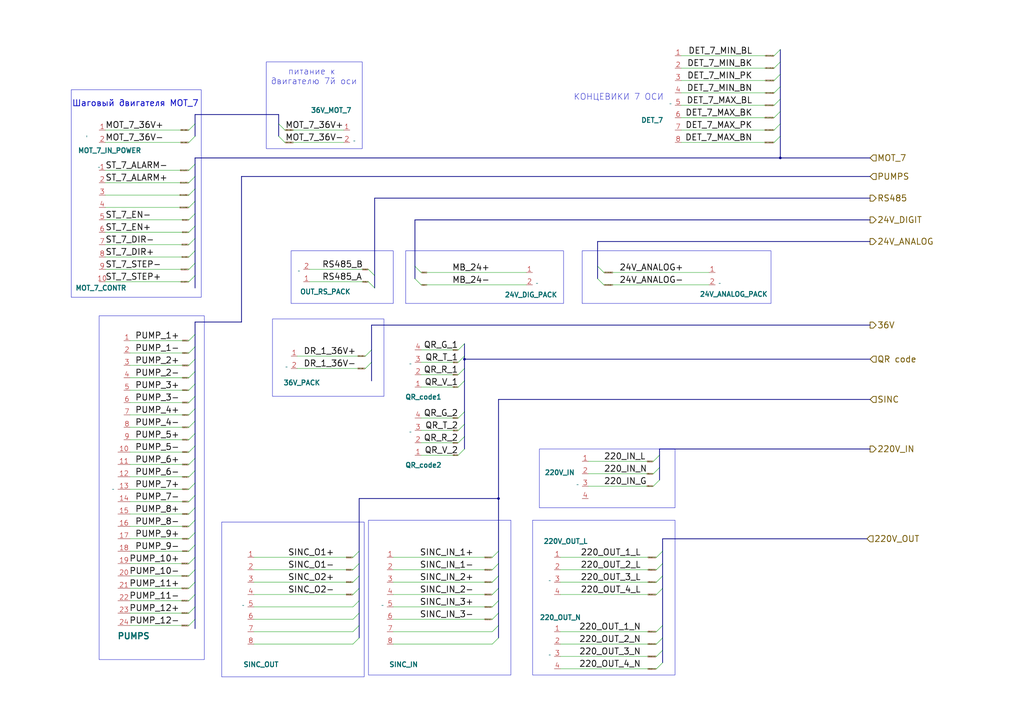
<source format=kicad_sch>
(kicad_sch (version 20250114) (generator "eeschema") (generator_version "9.0")
  (paper "A3")
  (lib_symbols
    (symbol "Conn_01x04_(wide)_2"
      (property "Reference" "J" (at 0 0 0))
      (symbol "Conn_01x04_(wide)_2_1_1"
        (pin input line (at -2.54 -5.08 0) (length 2.54) (name "") (number "1"))
        (pin input line (at -2.54 -10.16 0) (length 2.54) (name "") (number "2"))
        (pin input line (at -2.54 -15.24 0) (length 2.54) (name "") (number "3"))
        (pin input line (at -2.54 -20.32 0) (length 2.54) (name "") (number "4"))
      )
    )
    (symbol "Connector:Conn_01x02_(wide)"
      (property "Reference" "J" (at 0 0 0))
      (symbol "Conn_01x02_(wide)_1_1"
        (pin input line (at -2.54 -5.08 0) (length 2.54) (name "") (number "1"))
        (pin input line (at -2.54 -10.16 0) (length 2.54) (name "") (number "2"))
      )
    )
    (symbol "Connector:Conn_01x08_(wide)"
      (property "Reference" "J" (at 0 0 0))
      (symbol "Conn_01x08_(wide)_1_1"
        (pin input line (at -2.54 -5.08 0) (length 2.54) (name "") (number "1"))
        (pin input line (at -2.54 -10.16 0) (length 2.54) (name "") (number "2"))
        (pin input line (at -2.54 -15.24 0) (length 2.54) (name "") (number "3"))
        (pin input line (at -2.54 -20.32 0) (length 2.54) (name "") (number "4"))
        (pin input line (at -2.54 -25.4 0) (length 2.54) (name "") (number "5"))
        (pin input line (at -2.54 -30.48 0) (length 2.54) (name "") (number "6"))
        (pin input line (at -2.54 -35.56 0) (length 2.54) (name "") (number "7"))
        (pin input line (at -2.54 -40.64 0) (length 2.54) (name "") (number "8"))
      )
    )
    (symbol "Connector:Conn_01x10_(wide)"
      (property "Reference" "J" (at 0 0 0))
      (symbol "Conn_01x10_(wide)_1_1"
        (pin input line (at -2.54 -5.08 0) (length 2.54) (name "") (number "1"))
        (pin input line (at -2.54 -10.16 0) (length 2.54) (name "") (number "2"))
        (pin input line (at -2.54 -15.24 0) (length 2.54) (name "") (number "3"))
        (pin input line (at -2.54 -20.32 0) (length 2.54) (name "") (number "4"))
        (pin input line (at -2.54 -25.4 0) (length 2.54) (name "") (number "5"))
        (pin input line (at -2.54 -30.48 0) (length 2.54) (name "") (number "6"))
        (pin input line (at -2.54 -35.56 0) (length 2.54) (name "") (number "7"))
        (pin input line (at -2.54 -40.64 0) (length 2.54) (name "") (number "8"))
        (pin input line (at -2.54 -45.72 0) (length 2.54) (name "") (number "9"))
        (pin input line (at -2.54 -50.8 0) (length 2.54) (name "") (number "10"))
      )
    )
    (symbol "Connector:Conn_01x24_(wide)"
      (property "Reference" "J" (at 0 2.286 0))
      (symbol "Conn_01x24_(wide)_1_1"
        (pin input line (at 0 -3.81 0) (length 2.54) (name "") (number "1"))
        (pin input line (at 0 -8.89 0) (length 2.54) (name "") (number "2"))
        (pin input line (at 0 -13.97 0) (length 2.54) (name "") (number "3"))
        (pin input line (at 0 -19.05 0) (length 2.54) (name "") (number "4"))
        (pin input line (at 0 -24.13 0) (length 2.54) (name "") (number "5"))
        (pin input line (at 0 -29.21 0) (length 2.54) (name "") (number "6"))
        (pin input line (at 0 -34.29 0) (length 2.54) (name "") (number "7"))
        (pin input line (at 0 -39.37 0) (length 2.54) (name "") (number "8"))
        (pin input line (at 0 -44.45 0) (length 2.54) (name "") (number "9"))
        (pin input line (at 0 -49.53 0) (length 5) (name "") (number "10"))
        (pin input line (at 0 -54.61 0) (length 5) (name "") (number "11"))
        (pin input line (at 0 -59.69 0) (length 5) (name "") (number "12"))
        (pin input line (at 0 -64.77 0) (length 5) (name "") (number "13"))
        (pin input line (at 0 -69.85 0) (length 5) (name "") (number "14"))
        (pin input line (at 0 -74.93 0) (length 5) (name "") (number "15"))
        (pin input line (at 0 -80.01 0) (length 5) (name "") (number "16"))
        (pin input line (at 0 -85.09 0) (length 5) (name "") (number "17"))
        (pin input line (at 0 -90.17 0) (length 5) (name "") (number "18"))
        (pin input line (at 0 -95.25 0) (length 5) (name "") (number "19"))
        (pin input line (at 0 -100.33 0) (length 5) (name "") (number "20"))
        (pin input line (at 0 -105.41 0) (length 5) (name "") (number "21"))
        (pin input line (at 0 -110.49 0) (length 5) (name "") (number "22"))
        (pin input line (at 0 -115.57 0) (length 5) (name "") (number "23"))
        (pin input line (at 0 -120.65 0) (length 5) (name "") (number "24"))
      )
    )
  )
  (rectangle (start 119.38 102.87) (end 161.29 124.46))
  (rectangle (start 90.932 214.122) (end 149.352 277.622))
  (rectangle (start 166.37 102.87) (end 231.14 124.46))
  (rectangle (start 29.21 36.83) (end 82.55 121.92))
  (rectangle (start 151.13 213.36) (end 209.55 276.86))
  (rectangle (start 109.22 25.4) (end 148.59 60.96))
  (rectangle (start 40.64 129.54) (end 83.82 270.51))
  (rectangle (start 111.76 130.81) (end 157.48 162.56))
  (rectangle (start 221.234 184.15) (end 276.86 208.28))
  (rectangle (start 238.76 102.87) (end 316.23 124.46))
  (rectangle (start 218.44 213.36) (end 276.86 276.86))
  (text "КОНЦЕВИКИ 7 ОСИ" (at 253.746 39.878 0) (effects (font (size 2.5 2.5))))
  (text "питание к \nдвигателю 7й оси" (at 128.778 31.496 0) (effects (font (size 2.5 2.5))))
  (text "Шаговый двигателя MOT_7" (at 29.464 43.942 0) (effects (font (size 2.5 2.5) (thickness 0.3125)) (justify left bottom)))
  (junction (at 204.47 204.47))
  (junction (at 190.5 147.32))
  (junction (at 320.04 64.77))
  (bus_entry (at 80.01 254) (size -2.54 2.54))
  (bus_entry (at 114.3 55.88) (size 2.54 2.54))
  (bus_entry (at 320.04 20.32) (size -2.54 2.54))
  (bus_entry (at 80.01 228.6) (size -2.54 2.54))
  (bus_entry (at 320.04 35.56) (size -2.54 2.54))
  (bus_entry (at 80.01 248.92) (size -2.54 2.54))
  (bus_entry (at 320.04 45.72) (size -2.54 2.54))
  (bus_entry (at 190.5 151.13) (size -2.54 2.54))
  (bus_entry (at 269.24 243.84) (size 2.54 -2.54))
  (bus_entry (at 201.93 228.6) (size 2.54 -2.54))
  (bus_entry (at 80.01 142.24) (size -2.54 2.54))
  (bus_entry (at 153.67 113.03) (size -2.54 -2.54))
  (bus_entry (at 144.78 243.84) (size 2.54 -2.54))
  (bus_entry (at 201.93 259.08) (size 2.54 -2.54))
  (bus_entry (at 270.51 191.77) (size -2.54 2.54))
  (bus_entry (at 201.93 233.68) (size 2.54 -2.54))
  (bus_entry (at 144.78 264.16) (size 2.54 -2.54))
  (bus_entry (at 144.78 254) (size 2.54 -2.54))
  (bus_entry (at 80.01 193.04) (size -2.54 2.54))
  (bus_entry (at 80.01 147.32) (size -2.54 2.54))
  (bus_entry (at 320.04 50.8) (size -2.54 2.54))
  (bus_entry (at 320.04 25.4) (size -2.54 2.54))
  (bus_entry (at 80.01 198.12) (size -2.54 2.54))
  (bus_entry (at 80.01 87.63) (size -2.54 2.54))
  (bus_entry (at 80.01 203.2) (size -2.54 2.54))
  (bus_entry (at 144.78 238.76) (size 2.54 -2.54))
  (bus_entry (at 80.01 82.55) (size -2.54 2.54))
  (bus_entry (at 80.01 187.96) (size -2.54 2.54))
  (bus_entry (at 80.01 243.84) (size -2.54 2.54))
  (bus_entry (at 320.04 55.88) (size -2.54 2.54))
  (bus_entry (at 80.01 238.76) (size -2.54 2.54))
  (bus_entry (at 80.01 55.88) (size -2.54 2.54))
  (bus_entry (at 144.78 259.08) (size 2.54 -2.54))
  (bus_entry (at 269.24 238.76) (size 2.54 -2.54))
  (bus_entry (at 80.01 102.87) (size -2.54 2.54))
  (bus_entry (at 269.24 233.68) (size 2.54 -2.54))
  (bus_entry (at 80.01 50.8) (size -2.54 2.54))
  (bus_entry (at 269.24 259.08) (size 2.54 -2.54))
  (bus_entry (at 80.01 72.39) (size -2.54 2.54))
  (bus_entry (at 201.93 248.92) (size 2.54 -2.54))
  (bus_entry (at 245.11 114.3) (size 2.54 2.54))
  (bus_entry (at 80.01 213.36) (size -2.54 2.54))
  (bus_entry (at 144.78 228.6) (size 2.54 -2.54))
  (bus_entry (at 80.01 218.44) (size -2.54 2.54))
  (bus_entry (at 320.04 40.64) (size -2.54 2.54))
  (bus_entry (at 80.01 162.56) (size -2.54 2.54))
  (bus_entry (at 80.01 77.47) (size -2.54 2.54))
  (bus_entry (at 80.01 92.71) (size -2.54 2.54))
  (bus_entry (at 170.18 114.3) (size 2.54 2.54))
  (bus_entry (at 80.01 67.31) (size -2.54 2.54))
  (bus_entry (at 80.01 172.72) (size -2.54 2.54))
  (bus_entry (at 80.01 137.16) (size -2.54 2.54))
  (bus_entry (at 269.24 269.24) (size 2.54 -2.54))
  (bus_entry (at 80.01 182.88) (size -2.54 2.54))
  (bus_entry (at 190.5 156.21) (size -2.54 2.54))
  (bus_entry (at 201.93 238.76) (size 2.54 -2.54))
  (bus_entry (at 80.01 177.8) (size -2.54 2.54))
  (bus_entry (at 190.5 179.07) (size -2.54 2.54))
  (bus_entry (at 201.93 264.16) (size 2.54 -2.54))
  (bus_entry (at 170.18 109.22) (size 2.54 2.54))
  (bus_entry (at 144.78 233.68) (size 2.54 -2.54))
  (bus_entry (at 80.01 97.79) (size -2.54 2.54))
  (bus_entry (at 270.51 196.85) (size -2.54 2.54))
  (bus_entry (at 190.5 168.91) (size -2.54 2.54))
  (bus_entry (at 80.01 113.03) (size -2.54 2.54))
  (bus_entry (at 153.67 118.11) (size -2.54 -2.54))
  (bus_entry (at 80.01 223.52) (size -2.54 2.54))
  (bus_entry (at 320.04 30.48) (size -2.54 2.54))
  (bus_entry (at 269.24 264.16) (size 2.54 -2.54))
  (bus_entry (at 114.3 50.8) (size 2.54 2.54))
  (bus_entry (at 201.93 243.84) (size 2.54 -2.54))
  (bus_entry (at 190.5 140.97) (size -2.54 2.54))
  (bus_entry (at 80.01 157.48) (size -2.54 2.54))
  (bus_entry (at 80.01 167.64) (size -2.54 2.54))
  (bus_entry (at 190.5 173.99) (size -2.54 2.54))
  (bus_entry (at 190.5 146.05) (size -2.54 2.54))
  (bus_entry (at 190.5 184.15) (size -2.54 2.54))
  (bus_entry (at 270.51 186.69) (size -2.54 2.54))
  (bus_entry (at 201.93 254) (size 2.54 -2.54))
  (bus_entry (at 269.24 274.32) (size 2.54 -2.54))
  (bus_entry (at 80.01 152.4) (size -2.54 2.54))
  (bus_entry (at 144.78 248.92) (size 2.54 -2.54))
  (bus_entry (at 80.01 107.95) (size -2.54 2.54))
  (bus_entry (at 152.4 148.59) (size -2.54 2.54))
  (bus_entry (at 80.01 233.68) (size -2.54 2.54))
  (bus_entry (at 245.11 109.22) (size 2.54 2.54))
  (bus_entry (at 269.24 228.6) (size 2.54 -2.54))
  (bus_entry (at 80.01 208.28) (size -2.54 2.54))
  (bus_entry (at 152.4 143.51) (size -2.54 2.54))
  (bus (pts (xy 80.01 182.88) (xy 80.01 187.96)))
  (bus (pts (xy 80.01 208.28) (xy 80.01 213.36)))
  (bus (pts (xy 80.01 92.71) (xy 80.01 97.79)))
  (bus (pts (xy 245.11 99.06) (xy 356.87 99.06)))
  (wire (pts (xy 229.87 269.24) (xy 269.24 269.24)))
  (wire (pts (xy 317.5 53.34) (xy 279.4 53.34)))
  (wire (pts (xy 161.29 254) (xy 201.93 254)))
  (bus (pts (xy 190.5 168.91) (xy 190.5 173.99)))
  (bus (pts (xy 245.11 109.22) (xy 245.11 114.3)))
  (wire (pts (xy 77.47 256.54) (xy 53.34 256.54)))
  (wire (pts (xy 77.47 200.66) (xy 53.34 200.66)))
  (bus (pts (xy 80.01 132.08) (xy 99.06 132.08)))
  (bus (pts (xy 80.01 77.47) (xy 80.01 82.55)))
  (bus (pts (xy 153.67 118.11) (xy 153.67 113.03)))
  (wire (pts (xy 77.47 215.9) (xy 53.34 215.9)))
  (wire (pts (xy 267.97 194.31) (xy 241.3 194.31)))
  (bus (pts (xy 270.51 191.77) (xy 270.51 196.85)))
  (bus (pts (xy 80.01 82.55) (xy 80.01 87.63)))
  (bus (pts (xy 320.04 64.77) (xy 356.87 64.77)))
  (wire (pts (xy 187.96 171.45) (xy 172.72 171.45)))
  (bus (pts (xy 80.01 64.77) (xy 320.04 64.77)))
  (wire (pts (xy 77.47 241.3) (xy 53.34 241.3)))
  (wire (pts (xy 104.14 254) (xy 144.78 254)))
  (wire (pts (xy 77.47 95.25) (xy 43.18 95.25)))
  (wire (pts (xy 77.47 226.06) (xy 53.34 226.06)))
  (wire (pts (xy 187.96 158.75) (xy 172.72 158.75)))
  (bus (pts (xy 356.87 147.32) (xy 190.5 147.32)))
  (wire (pts (xy 187.96 181.61) (xy 172.72 181.61)))
  (bus (pts (xy 153.67 81.28) (xy 356.87 81.28)))
  (wire (pts (xy 77.47 144.78) (xy 53.34 144.78)))
  (wire (pts (xy 229.87 228.6) (xy 269.24 228.6)))
  (wire (pts (xy 247.65 111.76) (xy 290.83 111.76)))
  (bus (pts (xy 80.01 243.84) (xy 80.01 248.92)))
  (wire (pts (xy 151.13 110.49) (xy 127 110.49)))
  (bus (pts (xy 80.01 167.64) (xy 80.01 172.72)))
  (bus (pts (xy 80.01 187.96) (xy 80.01 193.04)))
  (wire (pts (xy 149.86 146.05) (xy 121.92 146.05)))
  (wire (pts (xy 187.96 148.59) (xy 172.72 148.59)))
  (wire (pts (xy 279.4 38.1) (xy 317.5 38.1)))
  (bus (pts (xy 147.32 241.3) (xy 147.32 246.38)))
  (wire (pts (xy 229.87 264.16) (xy 269.24 264.16)))
  (bus (pts (xy 320.04 40.64) (xy 320.04 45.72)))
  (wire (pts (xy 267.97 199.39) (xy 241.3 199.39)))
  (wire (pts (xy 267.97 189.23) (xy 241.3 189.23)))
  (wire (pts (xy 229.87 238.76) (xy 269.24 238.76)))
  (wire (pts (xy 43.18 80.01) (xy 77.47 80.01)))
  (wire (pts (xy 77.47 236.22) (xy 53.34 236.22)))
  (wire (pts (xy 77.47 170.18) (xy 53.34 170.18)))
  (wire (pts (xy 279.4 33.02) (xy 317.5 33.02)))
  (wire (pts (xy 104.14 228.6) (xy 144.78 228.6)))
  (bus (pts (xy 114.3 50.8) (xy 114.3 55.88)))
  (wire (pts (xy 317.5 43.18) (xy 279.4 43.18)))
  (bus (pts (xy 170.18 109.22) (xy 170.18 114.3)))
  (wire (pts (xy 77.47 149.86) (xy 53.34 149.86)))
  (bus (pts (xy 152.4 143.51) (xy 152.4 148.59)))
  (bus (pts (xy 270.51 186.69) (xy 270.51 191.77)))
  (bus (pts (xy 80.01 137.16) (xy 80.01 142.24)))
  (wire (pts (xy 77.47 185.42) (xy 53.34 185.42)))
  (wire (pts (xy 161.29 238.76) (xy 201.93 238.76)))
  (bus (pts (xy 80.01 233.68) (xy 80.01 238.76)))
  (bus (pts (xy 80.01 152.4) (xy 80.01 157.48)))
  (wire (pts (xy 104.14 238.76) (xy 144.78 238.76)))
  (bus (pts (xy 80.01 228.6) (xy 80.01 233.68)))
  (bus (pts (xy 80.01 46.99) (xy 114.3 46.99)))
  (wire (pts (xy 77.47 190.5) (xy 53.34 190.5)))
  (bus (pts (xy 80.01 147.32) (xy 80.01 152.4)))
  (wire (pts (xy 187.96 143.51) (xy 172.72 143.51)))
  (wire (pts (xy 172.72 116.84) (xy 215.9 116.84)))
  (wire (pts (xy 77.47 251.46) (xy 53.34 251.46)))
  (wire (pts (xy 77.47 165.1) (xy 53.34 165.1)))
  (bus (pts (xy 153.67 81.28) (xy 153.67 113.03)))
  (wire (pts (xy 229.87 259.08) (xy 269.24 259.08)))
  (wire (pts (xy 187.96 186.69) (xy 172.72 186.69)))
  (wire (pts (xy 77.47 115.57) (xy 43.18 115.57)))
  (wire (pts (xy 229.87 243.84) (xy 269.24 243.84)))
  (bus (pts (xy 204.47 251.46) (xy 204.47 256.54)))
  (wire (pts (xy 77.47 231.14) (xy 53.34 231.14)))
  (bus (pts (xy 80.01 198.12) (xy 80.01 203.2)))
  (bus (pts (xy 99.06 72.39) (xy 356.87 72.39)))
  (bus (pts (xy 80.01 50.8) (xy 80.01 46.99)))
  (bus (pts (xy 204.47 241.3) (xy 204.47 246.38)))
  (bus (pts (xy 271.78 231.14) (xy 271.78 236.22)))
  (bus (pts (xy 190.5 147.32) (xy 190.5 151.13)))
  (bus (pts (xy 99.06 132.08) (xy 99.06 72.39)))
  (bus (pts (xy 270.51 184.15) (xy 270.51 186.69)))
  (wire (pts (xy 104.14 243.84) (xy 144.78 243.84)))
  (bus (pts (xy 80.01 50.8) (xy 80.01 55.88)))
  (bus (pts (xy 271.78 226.06) (xy 271.78 231.14)))
  (wire (pts (xy 43.18 69.85) (xy 77.47 69.85)))
  (bus (pts (xy 80.01 113.03) (xy 80.01 118.11)))
  (wire (pts (xy 77.47 175.26) (xy 53.34 175.26)))
  (bus (pts (xy 190.5 147.32) (xy 190.5 146.05)))
  (wire (pts (xy 77.47 105.41) (xy 43.18 105.41)))
  (bus (pts (xy 190.5 140.97) (xy 190.5 146.05)))
  (wire (pts (xy 279.4 27.94) (xy 317.5 27.94)))
  (wire (pts (xy 151.13 115.57) (xy 127 115.57)))
  (wire (pts (xy 77.47 53.34) (xy 43.18 53.34)))
  (wire (pts (xy 317.5 58.42) (xy 279.4 58.42)))
  (bus (pts (xy 271.78 256.54) (xy 271.78 261.62)))
  (bus (pts (xy 204.47 256.54) (xy 204.47 261.62)))
  (wire (pts (xy 77.47 90.17) (xy 43.18 90.17)))
  (bus (pts (xy 190.5 151.13) (xy 190.5 156.21)))
  (bus (pts (xy 147.32 231.14) (xy 147.32 236.22)))
  (wire (pts (xy 229.87 274.32) (xy 269.24 274.32)))
  (bus (pts (xy 320.04 20.32) (xy 320.04 25.4)))
  (wire (pts (xy 104.14 248.92) (xy 144.78 248.92)))
  (bus (pts (xy 80.01 248.92) (xy 80.01 254)))
  (bus (pts (xy 204.47 163.83) (xy 204.47 204.47)))
  (wire (pts (xy 77.47 160.02) (xy 53.34 160.02)))
  (bus (pts (xy 204.47 163.83) (xy 356.87 163.83)))
  (bus (pts (xy 204.47 226.06) (xy 204.47 231.14)))
  (bus (pts (xy 80.01 157.48) (xy 80.01 162.56)))
  (bus (pts (xy 204.47 246.38) (xy 204.47 251.46)))
  (wire (pts (xy 116.84 58.42) (xy 140.97 58.42)))
  (wire (pts (xy 77.47 210.82) (xy 53.34 210.82)))
  (wire (pts (xy 247.65 116.84) (xy 290.83 116.84)))
  (wire (pts (xy 161.29 248.92) (xy 201.93 248.92)))
  (wire (pts (xy 116.84 53.34) (xy 140.97 53.34)))
  (wire (pts (xy 77.47 58.42) (xy 43.18 58.42)))
  (bus (pts (xy 80.01 142.24) (xy 80.01 147.32)))
  (wire (pts (xy 77.47 100.33) (xy 43.18 100.33)))
  (wire (pts (xy 229.87 233.68) (xy 269.24 233.68)))
  (bus (pts (xy 80.01 238.76) (xy 80.01 243.84)))
  (bus (pts (xy 80.01 67.31) (xy 80.01 72.39)))
  (bus (pts (xy 320.04 50.8) (xy 320.04 55.88)))
  (bus (pts (xy 152.4 133.35) (xy 356.87 133.35)))
  (bus (pts (xy 204.47 231.14) (xy 204.47 236.22)))
  (bus (pts (xy 271.78 220.98) (xy 355.6 220.98)))
  (wire (pts (xy 77.47 205.74) (xy 53.34 205.74)))
  (wire (pts (xy 77.47 110.49) (xy 43.18 110.49)))
  (wire (pts (xy 77.47 195.58) (xy 53.34 195.58)))
  (bus (pts (xy 147.32 251.46) (xy 147.32 256.54)))
  (bus (pts (xy 204.47 204.47) (xy 204.47 226.06)))
  (wire (pts (xy 43.18 74.93) (xy 77.47 74.93)))
  (wire (pts (xy 149.86 151.13) (xy 121.92 151.13)))
  (wire (pts (xy 43.18 85.09) (xy 77.47 85.09)))
  (wire (pts (xy 279.4 22.86) (xy 317.5 22.86)))
  (bus (pts (xy 80.01 254) (xy 80.01 257.81)))
  (bus (pts (xy 320.04 35.56) (xy 320.04 40.64)))
  (bus (pts (xy 80.01 218.44) (xy 80.01 223.52)))
  (bus (pts (xy 80.01 177.8) (xy 80.01 182.88)))
  (bus (pts (xy 147.32 246.38) (xy 147.32 251.46)))
  (wire (pts (xy 161.29 243.84) (xy 201.93 243.84)))
  (bus (pts (xy 271.78 236.22) (xy 271.78 241.3)))
  (bus (pts (xy 80.01 107.95) (xy 80.01 113.03)))
  (wire (pts (xy 161.29 228.6) (xy 201.93 228.6)))
  (bus (pts (xy 80.01 102.87) (xy 80.01 107.95)))
  (bus (pts (xy 80.01 172.72) (xy 80.01 177.8)))
  (bus (pts (xy 190.5 173.99) (xy 190.5 179.07)))
  (bus (pts (xy 152.4 133.35) (xy 152.4 143.51)))
  (bus (pts (xy 270.51 184.15) (xy 356.87 184.15)))
  (bus (pts (xy 114.3 46.99) (xy 114.3 50.8)))
  (wire (pts (xy 172.72 111.76) (xy 215.9 111.76)))
  (bus (pts (xy 80.01 213.36) (xy 80.01 218.44)))
  (bus (pts (xy 80.01 162.56) (xy 80.01 167.64)))
  (bus (pts (xy 320.04 25.4) (xy 320.04 30.48)))
  (bus (pts (xy 80.01 137.16) (xy 80.01 132.08)))
  (wire (pts (xy 187.96 176.53) (xy 172.72 176.53)))
  (bus (pts (xy 80.01 97.79) (xy 80.01 102.87)))
  (bus (pts (xy 80.01 203.2) (xy 80.01 208.28)))
  (wire (pts (xy 161.29 233.68) (xy 201.93 233.68)))
  (bus (pts (xy 170.18 90.17) (xy 356.87 90.17)))
  (wire (pts (xy 77.47 154.94) (xy 53.34 154.94)))
  (bus (pts (xy 271.78 220.98) (xy 271.78 226.06)))
  (wire (pts (xy 104.14 259.08) (xy 144.78 259.08)))
  (bus (pts (xy 320.04 45.72) (xy 320.04 50.8)))
  (bus (pts (xy 320.04 30.48) (xy 320.04 35.56)))
  (bus (pts (xy 80.01 72.39) (xy 80.01 77.47)))
  (bus (pts (xy 271.78 241.3) (xy 271.78 256.54)))
  (bus (pts (xy 147.32 204.47) (xy 147.32 226.06)))
  (bus (pts (xy 190.5 179.07) (xy 190.5 184.15)))
  (bus (pts (xy 80.01 87.63) (xy 80.01 92.71)))
  (wire (pts (xy 317.5 48.26) (xy 279.4 48.26)))
  (bus (pts (xy 152.4 148.59) (xy 152.4 156.21)))
  (bus (pts (xy 271.78 261.62) (xy 271.78 266.7)))
  (wire (pts (xy 77.47 180.34) (xy 53.34 180.34)))
  (wire (pts (xy 77.47 246.38) (xy 53.34 246.38)))
  (bus (pts (xy 80.01 193.04) (xy 80.01 198.12)))
  (wire (pts (xy 104.14 233.68) (xy 144.78 233.68)))
  (bus (pts (xy 190.5 156.21) (xy 190.5 168.91)))
  (bus (pts (xy 204.47 204.47) (xy 147.32 204.47)))
  (bus (pts (xy 147.32 226.06) (xy 147.32 231.14)))
  (wire (pts (xy 161.29 264.16) (xy 201.93 264.16)))
  (bus (pts (xy 80.01 64.77) (xy 80.01 67.31)))
  (bus (pts (xy 320.04 55.88) (xy 320.04 64.77)))
  (wire (pts (xy 77.47 220.98) (xy 53.34 220.98)))
  (wire (pts (xy 104.14 264.16) (xy 144.78 264.16)))
  (bus (pts (xy 170.18 90.17) (xy 170.18 109.22)))
  (wire (pts (xy 187.96 153.67) (xy 172.72 153.67)))
  (bus (pts (xy 147.32 256.54) (xy 147.32 261.62)))
  (bus (pts (xy 147.32 236.22) (xy 147.32 241.3)))
  (bus (pts (xy 80.01 223.52) (xy 80.01 228.6)))
  (wire (pts (xy 161.29 259.08) (xy 201.93 259.08)))
  (bus (pts (xy 245.11 109.22) (xy 245.11 99.06)))
  (bus (pts (xy 204.47 236.22) (xy 204.47 241.3)))
  (bus (pts (xy 271.78 266.7) (xy 271.78 271.78)))
  (wire (pts (xy 77.47 139.7) (xy 53.34 139.7)))
  (label "220_OUT_2_L" (at 262.89 233.68 180) (effects (font (size 2.5 2.5) (thickness 0.3125))))
  (label "ST_7_EN-" (at 43.18 90.17 0) (effects (font (size 2.5 2.5) (thickness 0.3125))))
  (label "PUMP_2+" (at 73.66 149.86 180) (effects (font (size 2.5 2.5) (thickness 0.3125))))
  (label "ST_7_EN+" (at 43.18 95.25 0) (effects (font (size 2.5 2.5) (thickness 0.3125))))
  (label "DET_7_MAX_BK" (at 308.61 48.26 180) (effects (font (size 2.5 2.5) (thickness 0.3125))))
  (label "PUMP_4-" (at 73.66 175.26 180) (effects (font (size 2.5 2.5) (thickness 0.3125))))
  (label "QR_G_1" (at 187.96 143.51 180) (effects (font (size 2.5 2.5) (thickness 0.3125))))
  (label "PUMP_11+" (at 73.66 241.3 180) (effects (font (size 2.5 2.5) (thickness 0.3125))))
  (label "DET_7_MIN_PK" (at 308.61 33.02 180) (effects (font (size 2.5 2.5) (thickness 0.3125))))
  (label "PUMP_6-" (at 73.66 195.58 180) (effects (font (size 2.5 2.5) (thickness 0.3125))))
  (label "DET_7_MAX_PK" (at 308.61 53.34 180) (effects (font (size 2.5 2.5) (thickness 0.3125))))
  (label "QR_G_2" (at 187.96 171.45 180) (effects (font (size 2.5 2.5) (thickness 0.3125))))
  (label "PUMP_2-" (at 73.66 154.94 180) (effects (font (size 2.5 2.5) (thickness 0.3125))))
  (label "220_OUT_3_N" (at 262.89 269.24 180) (effects (font (size 2.5 2.5) (thickness 0.3125))))
  (label "220_OUT_1_N" (at 262.89 259.08 180) (effects (font (size 2.5 2.5) (thickness 0.3125))))
  (label "QR_V_1" (at 187.96 158.75 180) (effects (font (size 2.5 2.5) (thickness 0.3125))))
  (label "DET_7_MAX_BN" (at 308.61 58.42 180) (effects (font (size 2.5 2.5) (thickness 0.3125))))
  (label "220_IN_G" (at 247.65 199.39 0) (effects (font (size 2.5 2.5) (thickness 0.3125))))
  (label "PUMP_1+" (at 73.66 139.7 180) (effects (font (size 2.5 2.5) (thickness 0.3125))))
  (label "SINC_O2-" (at 137.16 243.84 180) (effects (font (size 2.5 2.5) (thickness 0.3125))))
  (label "220_OUT_4_N" (at 262.89 274.32 180) (effects (font (size 2.5 2.5) (thickness 0.3125))))
  (label "ST_7_STEP-" (at 43.18 110.49 0) (effects (font (size 2.5 2.5) (thickness 0.3125))))
  (label "PUMP_7+" (at 73.66 200.66 180) (effects (font (size 2.5 2.5) (thickness 0.3125))))
  (label "MOT_7_36V+" (at 140.97 53.34 180) (effects (font (size 2.5 2.5) (thickness 0.3125))))
  (label "PUMP_5-" (at 73.66 185.42 180) (effects (font (size 2.5 2.5) (thickness 0.3125))))
  (label "ST_7_ALARM-" (at 43.18 69.85 0) (effects (font (size 2.5 2.5) (thickness 0.3125))))
  (label "PUMP_9-" (at 73.66 226.06 180) (effects (font (size 2.5 2.5) (thickness 0.3125))))
  (label "PUMP_4+" (at 73.66 170.18 180) (effects (font (size 2.5 2.5) (thickness 0.3125))))
  (label "PUMP_8+" (at 73.66 210.82 180) (effects (font (size 2.5 2.5) (thickness 0.3125))))
  (label "MB_24-" (at 185.42 116.84 0) (effects (font (size 2.5 2.5) (thickness 0.3125))))
  (label "ST_7_ALARM+" (at 43.18 74.93 0) (effects (font (size 2.5 2.5) (thickness 0.3125))))
  (label "PUMP_8-" (at 73.66 215.9 180) (effects (font (size 2.5 2.5) (thickness 0.3125))))
  (label "ST_7_DIR-" (at 43.18 100.33 0) (effects (font (size 2.5 2.5) (thickness 0.3125))))
  (label "220_OUT_1_L" (at 262.89 228.6 180) (effects (font (size 2.5 2.5) (thickness 0.3125))))
  (label "220_OUT_4_L" (at 262.89 243.84 180) (effects (font (size 2.5 2.5) (thickness 0.3125))))
  (label "PUMP_10+" (at 73.66 231.14 180) (effects (font (size 2.5 2.5) (thickness 0.3125))))
  (label "24V_ANALOG-" (at 254 116.84 0) (effects (font (size 2.5 2.5) (thickness 0.3125))))
  (label "220_OUT_2_N" (at 262.89 264.16 180) (effects (font (size 2.5 2.5) (thickness 0.3125))))
  (label "PUMP_3-" (at 73.66 165.1 180) (effects (font (size 2.5 2.5) (thickness 0.3125))))
  (label "DR_1_36V-" (at 146.05 151.13 180) (effects (font (size 2.5 2.5) (thickness 0.3125))))
  (label "PUMP_9+" (at 73.66 220.98 180) (effects (font (size 2.5 2.5) (thickness 0.3125))))
  (label "DR_1_36V+" (at 146.05 146.05 180) (effects (font (size 2.5 2.5) (thickness 0.3125))))
  (label "MB_24+" (at 185.42 111.76 0) (effects (font (size 2.5 2.5) (thickness 0.3125))))
  (label "DET_7_MIN_BL" (at 308.61 22.86 180) (effects (font (size 2.5 2.5) (thickness 0.3125))))
  (label "PUMP_7-" (at 73.66 205.74 180) (effects (font (size 2.5 2.5) (thickness 0.3125))))
  (label "DET_7_MIN_BN" (at 308.61 38.1 180) (effects (font (size 2.5 2.5) (thickness 0.3125))))
  (label "24V_ANALOG+" (at 254 111.76 0) (effects (font (size 2.5 2.5) (thickness 0.3125))))
  (label "PUMP_1-" (at 73.66 144.78 180) (effects (font (size 2.5 2.5) (thickness 0.3125))))
  (label "QR_V_2" (at 187.96 186.69 180) (effects (font (size 2.5 2.5) (thickness 0.3125))))
  (label "MOT_7_36V-" (at 140.97 58.42 180) (effects (font (size 2.5 2.5) (thickness 0.3125))))
  (label "PUMP_6+" (at 73.66 190.5 180) (effects (font (size 2.5 2.5) (thickness 0.3125))))
  (label "PUMP_12+" (at 73.66 251.46 180) (effects (font (size 2.5 2.5) (thickness 0.3125))))
  (label "RS485_B" (at 132.08 110.49 0) (effects (font (size 2.5 2.5) (thickness 0.3125))))
  (label "QR_T_2" (at 187.96 176.53 180) (effects (font (size 2.5 2.5) (thickness 0.3125))))
  (label "220_IN_N" (at 247.65 194.31 0) (effects (font (size 2.5 2.5) (thickness 0.3125))))
  (label "PUMP_11-" (at 73.66 246.38 180) (effects (font (size 2.5 2.5) (thickness 0.3125))))
  (label "QR_R_2" (at 187.96 181.61 180) (effects (font (size 2.5 2.5) (thickness 0.3125))))
  (label "SINC_IN_3+" (at 194.31 248.92 180) (effects (font (size 2.5 2.5) (thickness 0.3125))))
  (label "PUMP_3+" (at 73.66 160.02 180) (effects (font (size 2.5 2.5) (thickness 0.3125))))
  (label "QR_R_1" (at 187.96 153.67 180) (effects (font (size 2.5 2.5) (thickness 0.3125))))
  (label "SINC_IN_2+" (at 194.31 238.76 180) (effects (font (size 2.5 2.5) (thickness 0.3125))))
  (label "PUMP_5+" (at 73.66 180.34 180) (effects (font (size 2.5 2.5) (thickness 0.3125))))
  (label "PUMP_12-" (at 73.66 256.54 180) (effects (font (size 2.5 2.5) (thickness 0.3125))))
  (label "RS485_A" (at 132.08 115.57 0) (effects (font (size 2.5 2.5) (thickness 0.3125))))
  (label "SINC_IN_1+" (at 194.31 228.6 180) (effects (font (size 2.5 2.5) (thickness 0.3125))))
  (label "MOT_7_36V+" (at 43.18 53.34 0) (effects (font (size 2.5 2.5) (thickness 0.3125))))
  (label "SINC_O1-" (at 137.16 233.68 180) (effects (font (size 2.5 2.5) (thickness 0.3125))))
  (label "DET_7_MAX_BL" (at 308.61 43.18 180) (effects (font (size 2.5 2.5) (thickness 0.3125))))
  (label "220_OUT_3_L" (at 262.89 238.76 180) (effects (font (size 2.5 2.5) (thickness 0.3125))))
  (label "QR_T_1" (at 187.96 148.59 180) (effects (font (size 2.5 2.5) (thickness 0.3125))))
  (label "DET_7_MIN_BK" (at 308.61 27.94 180) (effects (font (size 2.5 2.5) (thickness 0.3125))))
  (label "SINC_O2+" (at 137.16 238.76 180) (effects (font (size 2.5 2.5) (thickness 0.3125))))
  (label "SINC_IN_2-" (at 194.31 243.84 180) (effects (font (size 2.5 2.5) (thickness 0.3125))))
  (label "SINC_O1+" (at 137.16 228.6 180) (effects (font (size 2.5 2.5) (thickness 0.3125))))
  (label "SINC_IN_1-" (at 194.31 233.68 180) (effects (font (size 2.5 2.5) (thickness 0.3125))))
  (label "220_IN_L" (at 247.65 189.23 0) (effects (font (size 2.5 2.5) (thickness 0.3125))))
  (label "ST_7_DIR+" (at 43.18 105.41 0) (effects (font (size 2.5 2.5) (thickness 0.3125))))
  (label "ST_7_STEP+" (at 43.18 115.57 0) (effects (font (size 2.5 2.5) (thickness 0.3125))))
  (label "SINC_IN_3-" (at 194.31 254 180) (effects (font (size 2.5 2.5) (thickness 0.3125))))
  (label "PUMP_10-" (at 73.66 236.22 180) (effects (font (size 2.5 2.5) (thickness 0.3125))))
  (label "MOT_7_36V-" (at 43.18 58.42 0) (effects (font (size 2.5 2.5) (thickness 0.3125))))
  (global_label "SINC_IN_3+" (shape input) (at 201.93 248.92 180) (effects (font (size 0.3 0.3))) (property "Intersheetrefs" "${INTERSHEET_REFS}" (effects (hide yes))))
  (global_label "ST_7_ALARM-" (shape input) (at 77.47 69.85 180) (effects (font (size 0.3 0.3))) (property "Intersheetrefs" "${INTERSHEET_REFS}" (effects (hide yes))))
  (global_label "PUMP_1+" (shape input) (at 77.47 139.7 180) (effects (font (size 0.3 0.3))) (property "Intersheetrefs" "${INTERSHEET_REFS}" (effects (hide yes))))
  (global_label "DET_7_MAX_PK" (shape input) (at 317.5 53.34 180) (effects (font (size 0.3 0.3))) (property "Intersheetrefs" "${INTERSHEET_REFS}" (effects (hide yes))))
  (global_label "SINC_O1+" (shape input) (at 144.78 228.6 180) (effects (font (size 0.3 0.3))) (property "Intersheetrefs" "${INTERSHEET_REFS}" (effects (hide yes))))
  (global_label "QR_T_2" (shape input) (at 187.96 176.53 180) (effects (font (size 0.3 0.3))) (property "Intersheetrefs" "${INTERSHEET_REFS}" (effects (hide yes))))
  (global_label "ST_7_STEP+" (shape input) (at 77.47 115.57 180) (effects (font (size 0.3 0.3))) (property "Intersheetrefs" "${INTERSHEET_REFS}" (effects (hide yes))))
  (global_label "PUMP_8+" (shape input) (at 77.47 210.82 180) (effects (font (size 0.3 0.3))) (property "Intersheetrefs" "${INTERSHEET_REFS}" (effects (hide yes))))
  (global_label "220_OUT_4_L" (shape input) (at 269.24 243.84 180) (effects (font (size 0.3 0.3))) (property "Intersheetrefs" "${INTERSHEET_REFS}" (effects (hide yes))))
  (global_label "PUMP_12+" (shape input) (at 77.47 251.46 180) (effects (font (size 0.3 0.3))) (property "Intersheetrefs" "${INTERSHEET_REFS}" (effects (hide yes))))
  (global_label "PUMP_2+" (shape input) (at 77.47 149.86 180) (effects (font (size 0.3 0.3))) (property "Intersheetrefs" "${INTERSHEET_REFS}" (effects (hide yes))))
  (global_label "RS485_A" (shape input) (at 151.13 115.57 180) (effects (font (size 0.3 0.3))) (property "Intersheetrefs" "${INTERSHEET_REFS}" (effects (hide yes))))
  (global_label "MOT_7_36V-" (shape input) (at 116.84 58.42 0) (effects (font (size 0.3 0.3))) (property "Intersheetrefs" "${INTERSHEET_REFS}" (effects (hide yes))))
  (global_label "PUMP_9+" (shape input) (at 77.47 220.98 180) (effects (font (size 0.3 0.3))) (property "Intersheetrefs" "${INTERSHEET_REFS}" (effects (hide yes))))
  (global_label "220_OUT_2_N" (shape input) (at 269.24 264.16 180) (effects (font (size 0.3 0.3))) (property "Intersheetrefs" "${INTERSHEET_REFS}" (effects (hide yes))))
  (global_label "220_OUT_2_L" (shape input) (at 269.24 233.68 180) (effects (font (size 0.3 0.3))) (property "Intersheetrefs" "${INTERSHEET_REFS}" (effects (hide yes))))
  (global_label "PUMP_5+" (shape input) (at 77.47 180.34 180) (effects (font (size 0.3 0.3))) (property "Intersheetrefs" "${INTERSHEET_REFS}" (effects (hide yes))))
  (global_label "PUMP_6-" (shape input) (at 77.47 195.58 180) (effects (font (size 0.3 0.3))) (property "Intersheetrefs" "${INTERSHEET_REFS}" (effects (hide yes))))
  (global_label "PUMP_7+" (shape input) (at 77.47 200.66 180) (effects (font (size 0.3 0.3))) (property "Intersheetrefs" "${INTERSHEET_REFS}" (effects (hide yes))))
  (global_label "QR_G_1" (shape input) (at 187.96 143.51 180) (effects (font (size 0.3 0.3))) (property "Intersheetrefs" "${INTERSHEET_REFS}" (effects (hide yes))))
  (global_label "DET_7_MIN_PK" (shape input) (at 313.69 33.02 0) (effects (font (size 0.3 0.3))) (property "Intersheetrefs" "${INTERSHEET_REFS}" (effects (hide yes))))
  (global_label "RS485_B" (shape input) (at 151.13 110.49 180) (effects (font (size 0.3 0.3))) (property "Intersheetrefs" "${INTERSHEET_REFS}" (effects (hide yes))))
  (global_label "24V_ANALOG-" (shape input) (at 247.65 116.84 0) (effects (font (size 0.3 0.3))) (property "Intersheetrefs" "${INTERSHEET_REFS}" (effects (hide yes))))
  (global_label "PUMP_4-" (shape input) (at 77.47 175.26 180) (effects (font (size 0.3 0.3))) (property "Intersheetrefs" "${INTERSHEET_REFS}" (effects (hide yes))))
  (global_label "220_IN_L" (shape input) (at 267.97 189.23 180) (effects (font (size 0.3 0.3))) (property "Intersheetrefs" "${INTERSHEET_REFS}" (effects (hide yes))))
  (global_label "PUMP_10+" (shape input) (at 77.47 231.14 180) (effects (font (size 0.3 0.3))) (property "Intersheetrefs" "${INTERSHEET_REFS}" (effects (hide yes))))
  (global_label "DET_7_MIN_BN" (shape input) (at 313.69 38.1 0) (effects (font (size 0.3 0.3))) (property "Intersheetrefs" "${INTERSHEET_REFS}" (effects (hide yes))))
  (global_label "220_IN_N" (shape input) (at 267.97 194.31 180) (effects (font (size 0.3 0.3))) (property "Intersheetrefs" "${INTERSHEET_REFS}" (effects (hide yes))))
  (global_label "MOT_7_36V+" (shape input) (at 77.47 53.34 180) (effects (font (size 0.3 0.3))) (property "Intersheetrefs" "${INTERSHEET_REFS}" (effects (hide yes))))
  (global_label "220_OUT_3_L" (shape input) (at 269.24 238.76 180) (effects (font (size 0.3 0.3))) (property "Intersheetrefs" "${INTERSHEET_REFS}" (effects (hide yes))))
  (global_label "QR_R_1" (shape input) (at 187.96 153.67 180) (effects (font (size 0.3 0.3))) (property "Intersheetrefs" "${INTERSHEET_REFS}" (effects (hide yes))))
  (global_label "PUMP_8-" (shape input) (at 77.47 215.9 180) (effects (font (size 0.3 0.3))) (property "Intersheetrefs" "${INTERSHEET_REFS}" (effects (hide yes))))
  (global_label "DR_1_36V-" (shape input) (at 149.86 151.13 180) (effects (font (size 0.3 0.3))) (property "Intersheetrefs" "${INTERSHEET_REFS}" (effects (hide yes))))
  (global_label "PUMP_12-" (shape input) (at 77.47 256.54 180) (effects (font (size 0.3 0.3))) (property "Intersheetrefs" "${INTERSHEET_REFS}" (effects (hide yes))))
  (global_label "SINC_IN_2-" (shape input) (at 201.93 243.84 180) (effects (font (size 0.3 0.3))) (property "Intersheetrefs" "${INTERSHEET_REFS}" (effects (hide yes))))
  (global_label "ST_7_EN-" (shape input) (at 77.47 90.17 180) (effects (font (size 0.3 0.3))) (property "Intersheetrefs" "${INTERSHEET_REFS}" (effects (hide yes))))
  (global_label "220_OUT_3_N" (shape input) (at 269.24 269.24 180) (effects (font (size 0.3 0.3))) (property "Intersheetrefs" "${INTERSHEET_REFS}" (effects (hide yes))))
  (global_label "MB_24-" (shape input) (at 172.72 116.84 0) (effects (font (size 0.3 0.3))) (property "Intersheetrefs" "${INTERSHEET_REFS}" (effects (hide yes))))
  (global_label "PUMP_9-" (shape input) (at 77.47 226.06 180) (effects (font (size 0.3 0.3))) (property "Intersheetrefs" "${INTERSHEET_REFS}" (effects (hide yes))))
  (global_label "PUMP_2-" (shape input) (at 77.47 154.94 180) (effects (font (size 0.3 0.3))) (property "Intersheetrefs" "${INTERSHEET_REFS}" (effects (hide yes))))
  (global_label "QR_T_1" (shape input) (at 187.96 148.59 180) (effects (font (size 0.3 0.3))) (property "Intersheetrefs" "${INTERSHEET_REFS}" (effects (hide yes))))
  (global_label "PUMP_7-" (shape input) (at 77.47 205.74 180) (effects (font (size 0.3 0.3))) (property "Intersheetrefs" "${INTERSHEET_REFS}" (effects (hide yes))))
  (global_label "MOT_7_36V-" (shape input) (at 77.47 58.42 180) (effects (font (size 0.3 0.3))) (property "Intersheetrefs" "${INTERSHEET_REFS}" (effects (hide yes))))
  (global_label "ST_7_IN_POS+" (shape input) (at 77.47 85.09 180) (effects (font (size 0.3 0.3))) (property "Intersheetrefs" "${INTERSHEET_REFS}" (effects (hide yes))))
  (global_label "ST_7_DIR+" (shape input) (at 77.47 105.41 180) (effects (font (size 0.3 0.3))) (property "Intersheetrefs" "${INTERSHEET_REFS}" (effects (hide yes))))
  (global_label "DET_7_MIN_BL" (shape input) (at 313.69 22.86 0) (effects (font (size 0.3 0.3))) (property "Intersheetrefs" "${INTERSHEET_REFS}" (effects (hide yes))))
  (global_label "SINC_IN_1+" (shape input) (at 201.93 228.6 180) (effects (font (size 0.3 0.3))) (property "Intersheetrefs" "${INTERSHEET_REFS}" (effects (hide yes))))
  (global_label "SINC_O2-" (shape input) (at 144.78 243.84 180) (effects (font (size 0.3 0.3))) (property "Intersheetrefs" "${INTERSHEET_REFS}" (effects (hide yes))))
  (global_label "220_OUT_4_N" (shape input) (at 269.24 274.32 180) (effects (font (size 0.3 0.3))) (property "Intersheetrefs" "${INTERSHEET_REFS}" (effects (hide yes))))
  (global_label "SINC_IN_1-" (shape input) (at 201.93 233.68 180) (effects (font (size 0.3 0.3))) (property "Intersheetrefs" "${INTERSHEET_REFS}" (effects (hide yes))))
  (global_label "ST_7_STEP-" (shape input) (at 77.47 110.49 180) (effects (font (size 0.3 0.3))) (property "Intersheetrefs" "${INTERSHEET_REFS}" (effects (hide yes))))
  (global_label "PUMP_4+" (shape input) (at 77.47 170.18 180) (effects (font (size 0.3 0.3))) (property "Intersheetrefs" "${INTERSHEET_REFS}" (effects (hide yes))))
  (global_label "SINC_IN_2+" (shape input) (at 201.93 238.76 180) (effects (font (size 0.3 0.3))) (property "Intersheetrefs" "${INTERSHEET_REFS}" (effects (hide yes))))
  (global_label "QR_V_2" (shape input) (at 187.96 186.69 180) (effects (font (size 0.3 0.3))) (property "Intersheetrefs" "${INTERSHEET_REFS}" (effects (hide yes))))
  (global_label "MOT_7_36V+" (shape input) (at 116.84 53.34 0) (effects (font (size 0.3 0.3))) (property "Intersheetrefs" "${INTERSHEET_REFS}" (effects (hide yes))))
  (global_label "PUMP_5-" (shape input) (at 77.47 185.42 180) (effects (font (size 0.3 0.3))) (property "Intersheetrefs" "${INTERSHEET_REFS}" (effects (hide yes))))
  (global_label "ST_7_ALARM+" (shape input) (at 77.47 74.93 180) (effects (font (size 0.3 0.3))) (property "Intersheetrefs" "${INTERSHEET_REFS}" (effects (hide yes))))
  (global_label "MB_24+" (shape input) (at 172.72 111.76 0) (effects (font (size 0.3 0.3))) (property "Intersheetrefs" "${INTERSHEET_REFS}" (effects (hide yes))))
  (global_label "QR_V_1" (shape input) (at 187.96 158.75 180) (effects (font (size 0.3 0.3))) (property "Intersheetrefs" "${INTERSHEET_REFS}" (effects (hide yes))))
  (global_label "PUMP_11-" (shape input) (at 77.47 246.38 180) (effects (font (size 0.3 0.3))) (property "Intersheetrefs" "${INTERSHEET_REFS}" (effects (hide yes))))
  (global_label "DET_7_MAX_BL" (shape input) (at 317.5 43.18 180) (effects (font (size 0.3 0.3))) (property "Intersheetrefs" "${INTERSHEET_REFS}" (effects (hide yes))))
  (global_label "QR_G_2" (shape input) (at 187.96 171.45 180) (effects (font (size 0.3 0.3))) (property "Intersheetrefs" "${INTERSHEET_REFS}" (effects (hide yes))))
  (global_label "PUMP_1-" (shape input) (at 77.47 144.78 180) (effects (font (size 0.3 0.3))) (property "Intersheetrefs" "${INTERSHEET_REFS}" (effects (hide yes))))
  (global_label "PUMP_10-" (shape input) (at 77.47 236.22 180) (effects (font (size 0.3 0.3))) (property "Intersheetrefs" "${INTERSHEET_REFS}" (effects (hide yes))))
  (global_label "220_OUT_1_L" (shape input) (at 269.24 228.6 180) (effects (font (size 0.3 0.3))) (property "Intersheetrefs" "${INTERSHEET_REFS}" (effects (hide yes))))
  (global_label "24V_ANALOG+" (shape input) (at 247.65 111.76 0) (effects (font (size 0.3 0.3))) (property "Intersheetrefs" "${INTERSHEET_REFS}" (effects (hide yes))))
  (global_label "SINC_O1-" (shape input) (at 144.78 233.68 180) (effects (font (size 0.3 0.3))) (property "Intersheetrefs" "${INTERSHEET_REFS}" (effects (hide yes))))
  (global_label "ST_7_EN+" (shape input) (at 77.47 95.25 180) (effects (font (size 0.3 0.3))) (property "Intersheetrefs" "${INTERSHEET_REFS}" (effects (hide yes))))
  (global_label "ST_7_IN_POS-" (shape input) (at 77.47 80.01 180) (effects (font (size 0.3 0.3))) (property "Intersheetrefs" "${INTERSHEET_REFS}" (effects (hide yes))))
  (global_label "DET_7_MAX_BN" (shape input) (at 317.5 58.42 180) (effects (font (size 0.3 0.3))) (property "Intersheetrefs" "${INTERSHEET_REFS}" (effects (hide yes))))
  (global_label "SINC_O2+" (shape input) (at 144.78 238.76 180) (effects (font (size 0.3 0.3))) (property "Intersheetrefs" "${INTERSHEET_REFS}" (effects (hide yes))))
  (global_label "PUMP_3-" (shape input) (at 77.47 165.1 180) (effects (font (size 0.3 0.3))) (property "Intersheetrefs" "${INTERSHEET_REFS}" (effects (hide yes))))
  (global_label "220_OUT_1_N" (shape input) (at 269.24 259.08 180) (effects (font (size 0.3 0.3))) (property "Intersheetrefs" "${INTERSHEET_REFS}" (effects (hide yes))))
  (global_label "PUMP_6+" (shape input) (at 77.47 190.5 180) (effects (font (size 0.3 0.3))) (property "Intersheetrefs" "${INTERSHEET_REFS}" (effects (hide yes))))
  (global_label "SINC_IN_3-" (shape input) (at 201.93 254 180) (effects (font (size 0.3 0.3))) (property "Intersheetrefs" "${INTERSHEET_REFS}" (effects (hide yes))))
  (global_label "220_IN_G" (shape input) (at 267.97 199.39 180) (effects (font (size 0.3 0.3))) (property "Intersheetrefs" "${INTERSHEET_REFS}" (effects (hide yes))))
  (global_label "PUMP_11+" (shape input) (at 77.47 241.3 180) (effects (font (size 0.3 0.3))) (property "Intersheetrefs" "${INTERSHEET_REFS}" (effects (hide yes))))
  (global_label "DR_1_36V+" (shape input) (at 149.86 146.05 180) (effects (font (size 0.3 0.3))) (property "Intersheetrefs" "${INTERSHEET_REFS}" (effects (hide yes))))
  (global_label "DET_7_MAX_BK" (shape input) (at 317.5 48.26 180) (effects (font (size 0.3 0.3))) (property "Intersheetrefs" "${INTERSHEET_REFS}" (effects (hide yes))))
  (global_label "DET_7_MIN_BK" (shape input) (at 313.69 27.94 0) (effects (font (size 0.3 0.3))) (property "Intersheetrefs" "${INTERSHEET_REFS}" (effects (hide yes))))
  (global_label "ST_7_DIR-" (shape input) (at 77.47 100.33 180) (effects (font (size 0.3 0.3))) (property "Intersheetrefs" "${INTERSHEET_REFS}" (effects (hide yes))))
  (global_label "QR_R_2" (shape input) (at 187.96 181.61 180) (effects (font (size 0.3 0.3))) (property "Intersheetrefs" "${INTERSHEET_REFS}" (effects (hide yes))))
  (global_label "PUMP_3+" (shape input) (at 77.47 160.02 180) (effects (font (size 0.3 0.3))) (property "Intersheetrefs" "${INTERSHEET_REFS}" (effects (hide yes))))
  (hierarchical_label "SINC" (shape input) (at 356.87 163.83 0) (effects (font (size 2.5 2.5) (thickness 0.3125))))
  (hierarchical_label "PUMPS" (shape input) (at 356.87 72.39 0) (effects (font (size 2.5 2.5) (thickness 0.3125))))
  (hierarchical_label "220V_IN" (shape output) (at 356.87 184.15 0) (effects (font (size 2.5 2.5) (thickness 0.3125))))
  (hierarchical_label "MOT_7" (shape input) (at 356.87 64.77 0) (effects (font (size 2.5 2.5) (thickness 0.3125))))
  (hierarchical_label "QR code" (shape input) (at 356.87 147.32 0) (effects (font (size 2.5 2.5) (thickness 0.3125))))
  (hierarchical_label "24V_DIGIT" (shape output) (at 356.87 90.17 0) (effects (font (size 2.5 2.5) (thickness 0.3125))))
  (hierarchical_label "36V" (shape output) (at 356.87 133.35 0) (effects (font (size 2.5 2.5) (thickness 0.3125))))
  (hierarchical_label "RS485" (shape output) (at 356.87 81.28 0) (effects (font (size 2.5 2.5) (thickness 0.3125))))
  (hierarchical_label "220V_OUT" (shape input) (at 355.6 220.98 0) (effects (font (size 2.5 2.5) (thickness 0.3125))))
  (hierarchical_label "24V_ANALOG" (shape output) (at 356.87 99.06 0) (effects (font (size 2.5 2.5) (thickness 0.3125))))
  (symbol (lib_id "Connector:Conn_01x24_(wide)") (at 53.34 135.89 0) (mirror y) (unit 1)
    (property "Reference" "PUMPS" (at 61.722 260.858 0) (effects (font (size 2.5 2.5) (thickness 0.5) (bold yes)) (justify left)))
    (property "Value" "~" (at 46.99 200.66 0) (effects (justify left)))
  )
  (symbol (lib_id "Connector:Conn_01x08_(wide)") (at 158.75 223.52 0) (mirror y) (unit 1)
    (property "Reference" "SINC_IN" (at 171.704 272.542 0) (effects (font (size 2 2) (thickness 0.4) (bold yes)) (justify left)))
    (property "Value" "~" (at 157.48 248.285 0) (effects (justify left)))
  )
  (symbol (lib_id "Connector:Conn_01x08_(wide)") (at 101.6 223.52 0) (mirror y) (unit 1)
    (property "Reference" "SINC_OUT" (at 114.554 272.542 0) (effects (font (size 2 2) (thickness 0.4) (bold yes)) (justify left)))
    (property "Value" "~" (at 100.33 248.285 0) (effects (justify left)))
  )
  (symbol (lib_id "Connector:Conn_01x02_(wide)") (at 40.64 48.26 0) (mirror y) (unit 1)
    (property "Reference" "MOT_7_IN_POWER" (at 44.958 61.722 0) (effects (font (size 2 2) (thickness 0.4) (bold yes))))
    (property "Value" "~" (at 35.56 55.88 90))
  )
  (symbol (lib_id "Connector:Conn_01x02_(wide)") (at 119.38 140.97 0) (mirror y) (unit 1)
    (property "Reference" "36V_PACK" (at 131.572 156.972 0) (effects (font (size 2 2) (thickness 0.4) (bold yes)) (justify left)))
    (property "Value" "~" (at 118.11 150.495 0) (effects (justify left)))
  )
  (symbol (lib_name "Conn_01x04_(wide)_2") (lib_id "Connector:Conn_01x04_(wide)") (at 170.18 163.83 180) (unit 1)
    (property "Reference" "QR_code1" (at 181.356 162.814 0) (effects (font (size 2 2) (thickness 0.4) (bold yes)) (justify left)))
    (property "Value" "~" (at 168.91 149.225 0) (effects (justify left)))
  )
  (symbol (lib_name "Conn_01x04_(wide)_2") (lib_id "Connector:Conn_01x04_(wide)") (at 227.33 254 0) (mirror y) (unit 1)
    (property "Reference" "220_OUT_N" (at 238.506 253.238 0) (effects (font (size 2 2) (thickness 0.4) (bold yes)) (justify left)))
    (property "Value" "~" (at 226.06 268.605 0) (effects (justify left)))
  )
  (symbol (lib_id "Connector:Conn_01x02_(wide)") (at 218.44 106.68 0) (unit 1)
    (property "Reference" "24V_DIG_PACK" (at 206.756 120.904 0) (effects (font (size 2 2) (thickness 0.4) (bold yes)) (justify left)))
    (property "Value" "~" (at 219.71 116.205 0) (effects (justify left)))
  )
  (symbol (lib_id "Connector:Conn_01x10_(wide)") (at 40.64 64.77 0) (mirror y) (unit 1)
    (property "Reference" "MOT_7_CONTR" (at 41.402 118.11 0) (effects (font (size 2 2) (thickness 0.4) (bold yes))))
    (property "Value" "~" (at 40.64 68.58 0))
  )
  (symbol (lib_id "Connector:Conn_01x02_(wide)") (at 124.46 120.65 180) (unit 1)
    (property "Reference" "OUT_RS_PACK" (at 144.018 119.634 0) (effects (font (size 2 2) (thickness 0.4) (bold yes)) (justify left)))
    (property "Value" "~" (at 123.19 111.125 0) (effects (justify left)))
  )
  (symbol (lib_name "Conn_01x04_(wide)_2") (lib_id "Connector:Conn_01x04_(wide)") (at 170.18 191.77 180) (unit 1)
    (property "Reference" "QR_code2" (at 181.356 190.754 0) (effects (font (size 2 2) (thickness 0.4) (bold yes)) (justify left)))
    (property "Value" "~" (at 168.91 177.165 0) (effects (justify left)))
  )
  (symbol (lib_name "Conn_01x04_(wide)_2") (lib_id "Connector:Conn_01x04_(wide)") (at 238.76 184.15 0) (mirror y) (unit 1)
    (property "Reference" "220V_IN" (at 235.966 193.802 0) (effects (font (size 2 2) (thickness 0.4) (bold yes)) (justify left)))
    (property "Value" "~" (at 237.49 198.755 0) (effects (justify left)))
  )
  (symbol (lib_id "Connector:Conn_01x08_(wide)") (at 276.86 17.78 0) (mirror y) (unit 1)
    (property "Reference" "DET_7" (at 272.288 49.276 0) (effects (font (size 2 2) (thickness 0.4) (bold yes)) (justify left)))
    (property "Value" "~" (at 275.59 42.545 0) (effects (justify left)))
  )
  (symbol (lib_id "Connector:Conn_01x02_(wide)") (at 143.51 48.26 0) (unit 1)
    (property "Reference" "36V_MOT_7" (at 127.254 45.212 0) (effects (font (size 2 2) (thickness 0.4) (bold yes)) (justify left)))
    (property "Value" "~" (at 144.78 57.785 0) (effects (justify left)))
  )
  (symbol (lib_name "Conn_01x04_(wide)_2") (lib_id "Connector:Conn_01x04_(wide)") (at 227.33 223.52 0) (mirror y) (unit 1)
    (property "Reference" "220V_OUT_L" (at 241.3 221.996 0) (effects (font (size 2 2) (thickness 0.4) (bold yes)) (justify left)))
    (property "Value" "~" (at 226.06 238.125 0) (effects (justify left)))
  )
  (symbol (lib_id "Connector:Conn_01x02_(wide)") (at 293.37 106.68 0) (unit 1)
    (property "Reference" "24V_ANALOG_PACK" (at 286.766 120.65 0) (effects (font (size 2 2) (thickness 0.4) (bold yes)) (justify left)))
    (property "Value" "~" (at 294.64 116.205 0) (effects (justify left)))
  )
)
</source>
